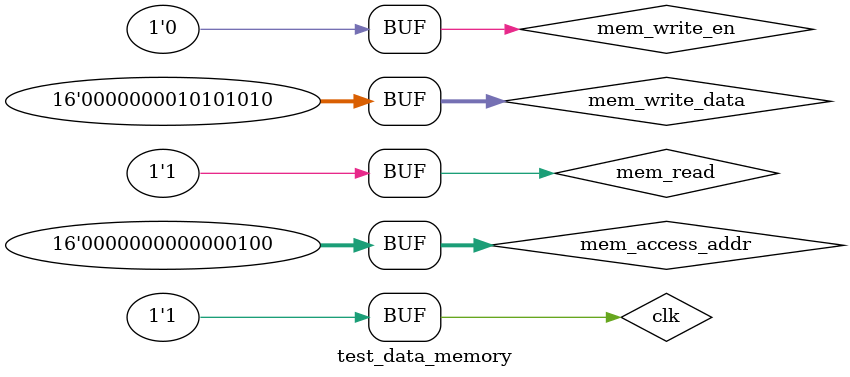
<source format=v>
`timescale 1ns/1ps

module test_data_memory;

reg clk;
reg [15:0]mem_access_addr;
reg [15:0]mem_write_data;
reg mem_write_en;
reg mem_read;
reg [15:0]mem_read_data;

data_memory uut (
    .clk(clk),
    .mem_access_addr(mem_access_addr),
    .mem_write_data(mem_write_data),
    .mem_write_en(mem_write_en),
    .mem_read(mem_read),
    .mem_read_data(mem_read_data)
);

initial begin 
    $display("Start testing data memory");
    $dumpfile("test_data_memory.vcd");
    $dumpvars(0,test_data_memory);

    clk=0;
    mem_write_en = 0;
    mem_access_addr = 0;
    mem_read = 0;

    #10 clk=0;
    mem_write_en = 0;
    mem_access_addr = 0;
    mem_read = 0;

    #10 clk=1;
    mem_access_addr = 1;
    mem_read = 1;

    #10 clk=0;
    mem_access_addr = 2;
    mem_read = 1;

    #10 clk=1;
     mem_access_addr = 3;

    #10 clk=0;
    mem_access_addr = 4;

    #10 clk=1;
    mem_access_addr = 4;
    mem_read=0;

    #10 clk=0;
    mem_write_en=1;
    mem_write_data=8'hAA;

    #10 clk=1;
    
    mem_read=0;

    #10 clk=0;
    mem_write_en=0;
    mem_read=1;


    #10 clk=1;
end


initial begin
    $monitor("At time=%t",$time);
end

endmodule
</source>
